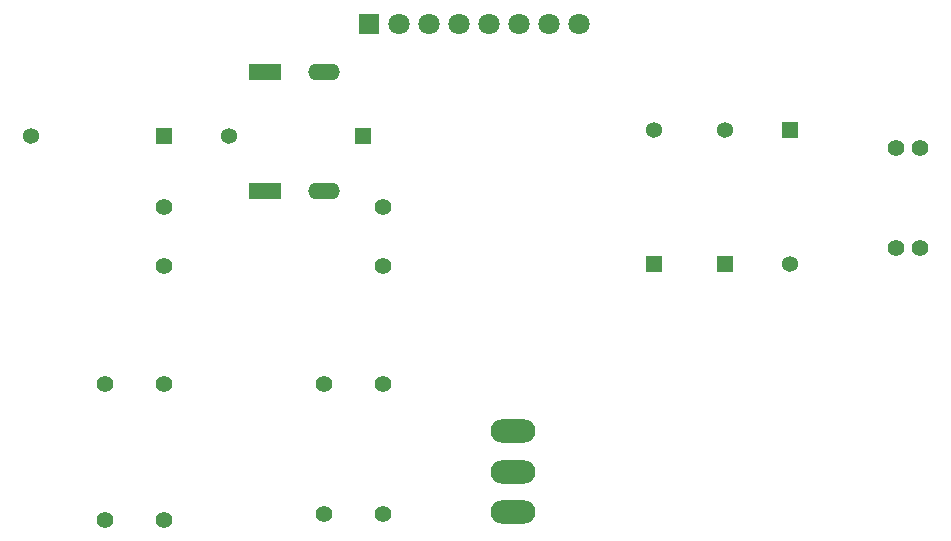
<source format=gbs>
G04*
G04 #@! TF.GenerationSoftware,Altium Limited,Altium Designer,20.2.5 (213)*
G04*
G04 Layer_Color=16711935*
%FSLAX25Y25*%
%MOIN*%
G70*
G04*
G04 #@! TF.SameCoordinates,C82EAABF-E96C-4361-AD7C-52AFF524FF79*
G04*
G04*
G04 #@! TF.FilePolarity,Negative*
G04*
G01*
G75*
%ADD15R,0.10642X0.05524*%
%ADD16O,0.10642X0.05524*%
%ADD17C,0.05362*%
%ADD18R,0.05362X0.05362*%
%ADD19R,0.07100X0.07100*%
%ADD20C,0.07100*%
%ADD21O,0.14973X0.07887*%
%ADD22C,0.05524*%
%ADD23R,0.05362X0.05362*%
D15*
X147638Y231496D02*
D03*
Y271260D02*
D03*
D16*
X167323Y231496D02*
D03*
Y271260D02*
D03*
D17*
X135827Y250000D02*
D03*
X69685D02*
D03*
X322835Y207480D02*
D03*
X277559Y251969D02*
D03*
X301181D02*
D03*
D18*
X180315Y250000D02*
D03*
X114173D02*
D03*
D19*
X182598Y287402D02*
D03*
D20*
X192598D02*
D03*
X202598D02*
D03*
X212598D02*
D03*
X222598D02*
D03*
X232598D02*
D03*
X242598D02*
D03*
X252598D02*
D03*
D21*
X230315Y151575D02*
D03*
Y138075D02*
D03*
Y124575D02*
D03*
D22*
X358268Y246063D02*
D03*
X366142D02*
D03*
X187008Y124016D02*
D03*
X167323D02*
D03*
Y167323D02*
D03*
X187008D02*
D03*
X187008Y206693D02*
D03*
Y226378D02*
D03*
X114173Y206693D02*
D03*
Y226378D02*
D03*
Y167323D02*
D03*
X94488D02*
D03*
X114173Y122047D02*
D03*
X94488D02*
D03*
X358268Y212598D02*
D03*
X366142D02*
D03*
D23*
X322835Y251969D02*
D03*
X277559Y207480D02*
D03*
X301181D02*
D03*
M02*

</source>
